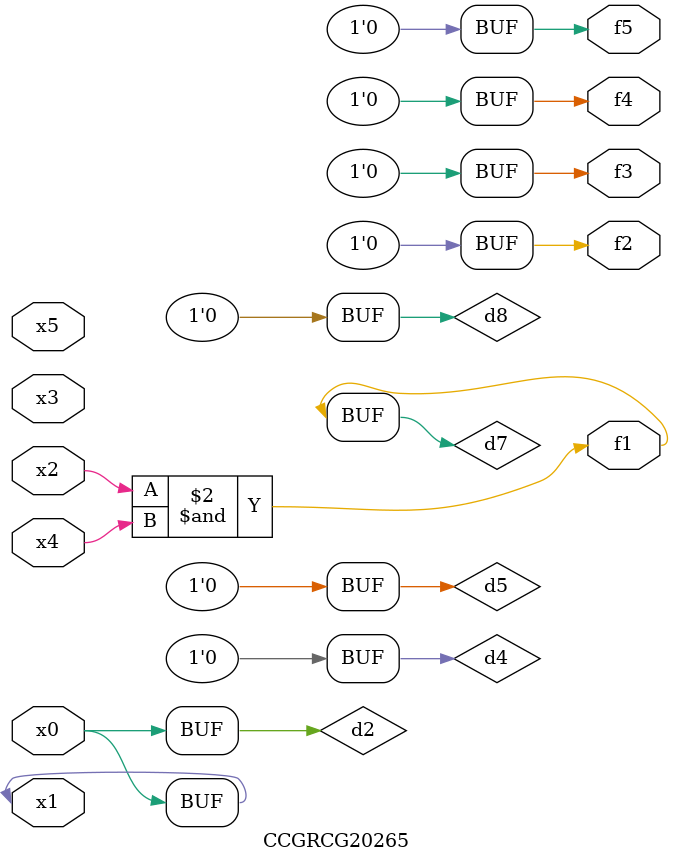
<source format=v>
module CCGRCG20265(
	input x0, x1, x2, x3, x4, x5,
	output f1, f2, f3, f4, f5
);

	wire d1, d2, d3, d4, d5, d6, d7, d8, d9;

	nand (d1, x1);
	buf (d2, x0, x1);
	nand (d3, x2, x4);
	and (d4, d1, d2);
	and (d5, d1, d2);
	nand (d6, d1, d3);
	not (d7, d3);
	xor (d8, d5);
	nor (d9, d5, d6);
	assign f1 = d7;
	assign f2 = d8;
	assign f3 = d8;
	assign f4 = d8;
	assign f5 = d8;
endmodule

</source>
